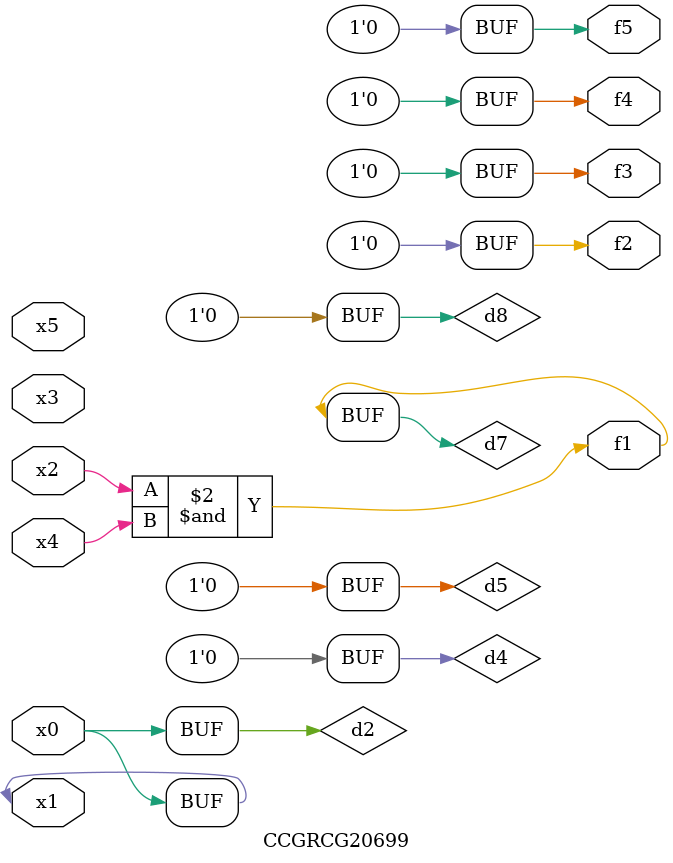
<source format=v>
module CCGRCG20699(
	input x0, x1, x2, x3, x4, x5,
	output f1, f2, f3, f4, f5
);

	wire d1, d2, d3, d4, d5, d6, d7, d8, d9;

	nand (d1, x1);
	buf (d2, x0, x1);
	nand (d3, x2, x4);
	and (d4, d1, d2);
	and (d5, d1, d2);
	nand (d6, d1, d3);
	not (d7, d3);
	xor (d8, d5);
	nor (d9, d5, d6);
	assign f1 = d7;
	assign f2 = d8;
	assign f3 = d8;
	assign f4 = d8;
	assign f5 = d8;
endmodule

</source>
